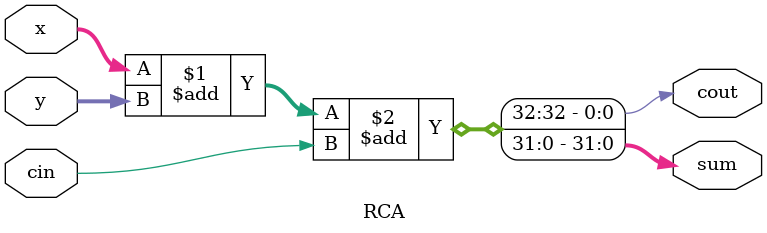
<source format=v>
`timescale 1ns / 1ps
module RCA #(parameter n=32)(
    input  [n-1:0] x, 
    input  [n-1:0] y,
    input          cin,
    output [n-1:0] sum,
    output         cout
);
    // Simple assign-based addition. If you want a structural ripple-carry,
    // you can expand it. This is good enough for your pipeline.
    assign {cout, sum} = x + y + cin;
endmodule

</source>
